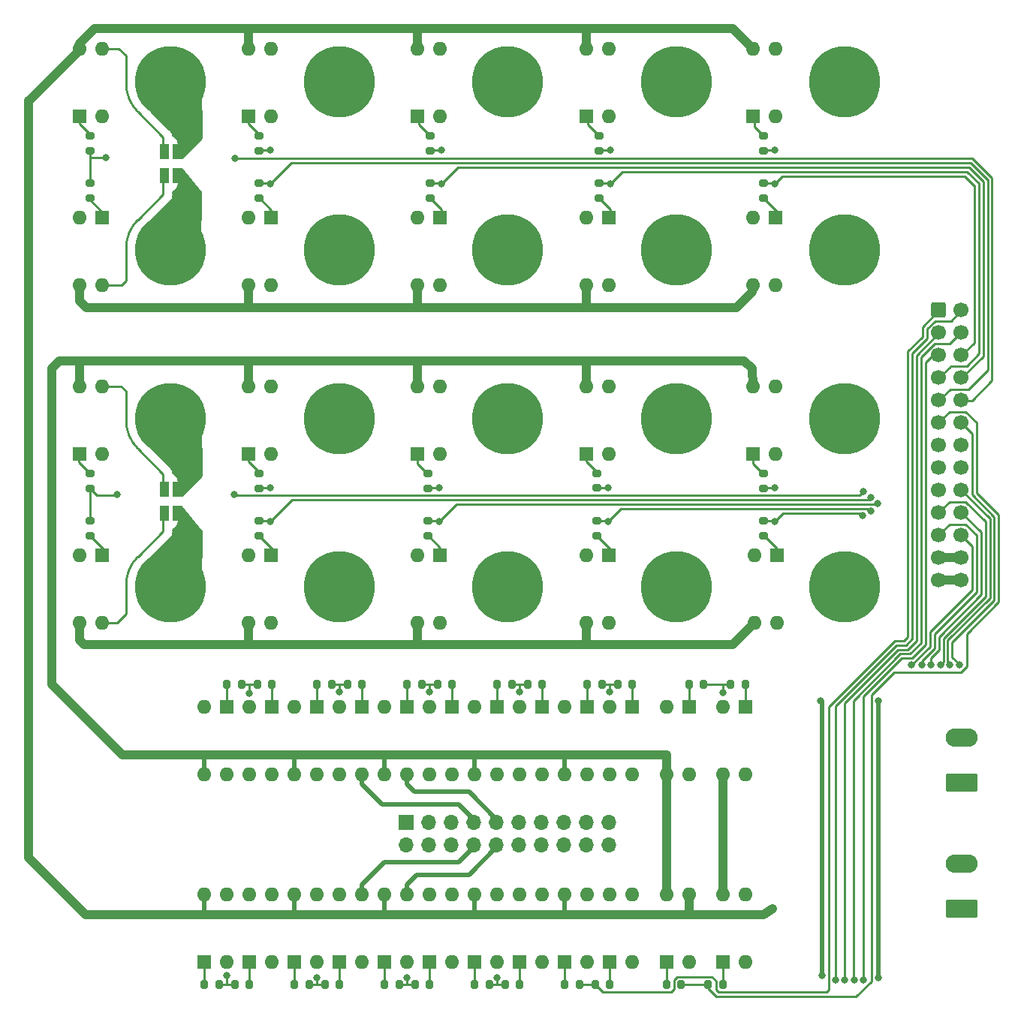
<source format=gbr>
%TF.GenerationSoftware,KiCad,Pcbnew,7.0.2-0*%
%TF.CreationDate,2023-06-06T22:37:24+02:00*%
%TF.ProjectId,scan2000_breakout,7363616e-3230-4303-905f-627265616b6f,rev?*%
%TF.SameCoordinates,Original*%
%TF.FileFunction,Copper,L1,Top*%
%TF.FilePolarity,Positive*%
%FSLAX46Y46*%
G04 Gerber Fmt 4.6, Leading zero omitted, Abs format (unit mm)*
G04 Created by KiCad (PCBNEW 7.0.2-0) date 2023-06-06 22:37:24*
%MOMM*%
%LPD*%
G01*
G04 APERTURE LIST*
G04 Aperture macros list*
%AMRoundRect*
0 Rectangle with rounded corners*
0 $1 Rounding radius*
0 $2 $3 $4 $5 $6 $7 $8 $9 X,Y pos of 4 corners*
0 Add a 4 corners polygon primitive as box body*
4,1,4,$2,$3,$4,$5,$6,$7,$8,$9,$2,$3,0*
0 Add four circle primitives for the rounded corners*
1,1,$1+$1,$2,$3*
1,1,$1+$1,$4,$5*
1,1,$1+$1,$6,$7*
1,1,$1+$1,$8,$9*
0 Add four rect primitives between the rounded corners*
20,1,$1+$1,$2,$3,$4,$5,0*
20,1,$1+$1,$4,$5,$6,$7,0*
20,1,$1+$1,$6,$7,$8,$9,0*
20,1,$1+$1,$8,$9,$2,$3,0*%
G04 Aperture macros list end*
%TA.AperFunction,ComponentPad*%
%ADD10C,1.524000*%
%TD*%
%TA.AperFunction,ComponentPad*%
%ADD11C,8.000000*%
%TD*%
%TA.AperFunction,ComponentPad*%
%ADD12R,1.600000X1.600000*%
%TD*%
%TA.AperFunction,ComponentPad*%
%ADD13O,1.600000X1.600000*%
%TD*%
%TA.AperFunction,ComponentPad*%
%ADD14RoundRect,0.249999X1.550001X-0.790001X1.550001X0.790001X-1.550001X0.790001X-1.550001X-0.790001X0*%
%TD*%
%TA.AperFunction,ComponentPad*%
%ADD15O,3.600000X2.080000*%
%TD*%
%TA.AperFunction,SMDPad,CuDef*%
%ADD16RoundRect,0.200000X0.275000X-0.200000X0.275000X0.200000X-0.275000X0.200000X-0.275000X-0.200000X0*%
%TD*%
%TA.AperFunction,SMDPad,CuDef*%
%ADD17RoundRect,0.200000X-0.200000X-0.275000X0.200000X-0.275000X0.200000X0.275000X-0.200000X0.275000X0*%
%TD*%
%TA.AperFunction,SMDPad,CuDef*%
%ADD18RoundRect,0.200000X0.200000X0.275000X-0.200000X0.275000X-0.200000X-0.275000X0.200000X-0.275000X0*%
%TD*%
%TA.AperFunction,SMDPad,CuDef*%
%ADD19RoundRect,0.200000X-0.275000X0.200000X-0.275000X-0.200000X0.275000X-0.200000X0.275000X0.200000X0*%
%TD*%
%TA.AperFunction,SMDPad,CuDef*%
%ADD20R,1.100000X1.750000*%
%TD*%
%TA.AperFunction,ComponentPad*%
%ADD21RoundRect,0.250000X-0.600000X-0.600000X0.600000X-0.600000X0.600000X0.600000X-0.600000X0.600000X0*%
%TD*%
%TA.AperFunction,ComponentPad*%
%ADD22C,1.700000*%
%TD*%
%TA.AperFunction,ComponentPad*%
%ADD23R,1.700000X1.700000*%
%TD*%
%TA.AperFunction,ComponentPad*%
%ADD24O,1.700000X1.700000*%
%TD*%
%TA.AperFunction,ViaPad*%
%ADD25C,0.800000*%
%TD*%
%TA.AperFunction,Conductor*%
%ADD26C,0.500000*%
%TD*%
%TA.AperFunction,Conductor*%
%ADD27C,0.250000*%
%TD*%
%TA.AperFunction,Conductor*%
%ADD28C,1.000000*%
%TD*%
G04 APERTURE END LIST*
D10*
%TO.P,J10,1,Pin_1*%
%TO.N,/CH5_LOW*%
X129800000Y-57000000D03*
X133000000Y-53800000D03*
D11*
X133000000Y-57000000D03*
D10*
X133000000Y-60200000D03*
X136200000Y-57000000D03*
%TD*%
D12*
%TO.P,U3,1*%
%TO.N,Net-(R4-Pad1)*%
X46725000Y-41900000D03*
D13*
%TO.P,U3,2*%
%TO.N,GND*%
X49265000Y-41900000D03*
%TO.P,U3,3*%
%TO.N,Net-(R1-Pad2)*%
X49265000Y-34280000D03*
%TO.P,U3,4*%
%TO.N,/Out_HIGH*%
X46725000Y-34280000D03*
%TD*%
D10*
%TO.P,J9,1,Pin_1*%
%TO.N,/CH5_HIGH*%
X129800000Y-38000000D03*
X133000000Y-34800000D03*
D11*
X133000000Y-38000000D03*
D10*
X133000000Y-41200000D03*
X136200000Y-38000000D03*
%TD*%
D14*
%TO.P,J23,1,Pin_1*%
%TO.N,/Out_HIGH*%
X146212500Y-131310000D03*
D15*
%TO.P,J23,2,Pin_2*%
%TO.N,/Out_LOW*%
X146212500Y-126230000D03*
%TD*%
D16*
%TO.P,R29,1*%
%TO.N,Net-(R29-Pad1)*%
X47882000Y-89223000D03*
%TO.P,R29,2*%
%TO.N,/CH11*%
X47882000Y-87573000D03*
%TD*%
D12*
%TO.P,U1,1*%
%TO.N,Net-(R2-Pad1)*%
X112901000Y-137340000D03*
D13*
%TO.P,U1,2*%
%TO.N,GND*%
X115441000Y-137340000D03*
%TO.P,U1,3*%
%TO.N,/Out_HIGH*%
X115441000Y-129720000D03*
%TO.P,U1,4*%
%TO.N,/Bus_HIGH*%
X112901000Y-129720000D03*
%TD*%
D12*
%TO.P,U8,1*%
%TO.N,Net-(R9-Pad1)*%
X87381000Y-53350000D03*
D13*
%TO.P,U8,2*%
%TO.N,GND*%
X84841000Y-53350000D03*
%TO.P,U8,3*%
%TO.N,/Out_LOW*%
X84841000Y-60970000D03*
%TO.P,U8,4*%
%TO.N,/CH3_LOW*%
X87381000Y-60970000D03*
%TD*%
D10*
%TO.P,J12,1,Pin_1*%
%TO.N,/CH11_LOW*%
X53800000Y-95000000D03*
X57000000Y-91800000D03*
D11*
X57000000Y-95000000D03*
D10*
X57000000Y-98200000D03*
X60200000Y-95000000D03*
%TD*%
D17*
%TO.P,R47,1*%
%TO.N,Net-(R47-Pad1)*%
X103965200Y-105974800D03*
%TO.P,R47,2*%
%TO.N,/CH20*%
X105615200Y-105974800D03*
%TD*%
D14*
%TO.P,J24,1,Pin_1*%
%TO.N,/Sense_HIGH*%
X146212500Y-117100000D03*
D15*
%TO.P,J24,2,Pin_2*%
%TO.N,/Sense_LOW*%
X146212500Y-112020000D03*
%TD*%
D10*
%TO.P,J13,1,Pin_1*%
%TO.N,/CH12_HIGH*%
X72800000Y-76000000D03*
X76000000Y-72800000D03*
D11*
X76000000Y-76000000D03*
D10*
X76000000Y-79200000D03*
X79200000Y-76000000D03*
%TD*%
D18*
%TO.P,R18,1*%
%TO.N,Net-(R18-Pad1)*%
X76025200Y-139880000D03*
%TO.P,R18,2*%
%TO.N,/CH7*%
X74375200Y-139880000D03*
%TD*%
D12*
%TO.P,U22,1*%
%TO.N,Net-(R24-Pad1)*%
X106505200Y-137340000D03*
D13*
%TO.P,U22,2*%
%TO.N,GND*%
X109045200Y-137340000D03*
%TO.P,U22,3*%
%TO.N,/CH10_LOW*%
X109045200Y-129720000D03*
%TO.P,U22,4*%
%TO.N,/Out_LOW*%
X106505200Y-129720000D03*
%TD*%
D10*
%TO.P,J7,1,Pin_1*%
%TO.N,/CH4_HIGH*%
X110800000Y-38000000D03*
X114000000Y-34800000D03*
D11*
X114000000Y-38000000D03*
D10*
X114000000Y-41200000D03*
X117200000Y-38000000D03*
%TD*%
D17*
%TO.P,R21,1*%
%TO.N,Net-(R21-Pad1)*%
X91265200Y-139880000D03*
%TO.P,R21,2*%
%TO.N,/CH9*%
X92915200Y-139880000D03*
%TD*%
D18*
%TO.P,R42,1*%
%TO.N,Net-(R42-Pad1)*%
X78565200Y-105974800D03*
%TO.P,R42,2*%
%TO.N,/CH17*%
X76915200Y-105974800D03*
%TD*%
D17*
%TO.P,R2,1*%
%TO.N,Net-(R2-Pad1)*%
X112906000Y-139880000D03*
%TO.P,R2,2*%
%TO.N,/Bus2_input_enable*%
X114556000Y-139880000D03*
%TD*%
D19*
%TO.P,R12,1*%
%TO.N,Net-(R12-Pad1)*%
X123828000Y-44139000D03*
%TO.P,R12,2*%
%TO.N,/CH5*%
X123828000Y-45789000D03*
%TD*%
D12*
%TO.P,U35,1*%
%TO.N,Net-(R39-Pad1)*%
X63325200Y-108514800D03*
D13*
%TO.P,U35,2*%
%TO.N,GND*%
X60785200Y-108514800D03*
%TO.P,U35,3*%
%TO.N,/Bus_HIGH*%
X60785200Y-116134800D03*
%TO.P,U35,4*%
%TO.N,/CH16_HIGH*%
X63325200Y-116134800D03*
%TD*%
D12*
%TO.P,U29,1*%
%TO.N,Net-(R32-Pad1)*%
X84831000Y-80000000D03*
D13*
%TO.P,U29,2*%
%TO.N,GND*%
X87371000Y-80000000D03*
%TO.P,U29,3*%
%TO.N,/CH13_HIGH*%
X87371000Y-72380000D03*
%TO.P,U29,4*%
%TO.N,/Bus_HIGH*%
X84831000Y-72380000D03*
%TD*%
D12*
%TO.P,U9,1*%
%TO.N,Net-(R10-Pad1)*%
X103881000Y-41900000D03*
D13*
%TO.P,U9,2*%
%TO.N,GND*%
X106421000Y-41900000D03*
%TO.P,U9,3*%
%TO.N,/CH4_HIGH*%
X106421000Y-34280000D03*
%TO.P,U9,4*%
%TO.N,/Out_HIGH*%
X103881000Y-34280000D03*
%TD*%
D12*
%TO.P,U42,1*%
%TO.N,Net-(R46-Pad1)*%
X98885200Y-108514800D03*
D13*
%TO.P,U42,2*%
%TO.N,GND*%
X96345200Y-108514800D03*
%TO.P,U42,3*%
%TO.N,/Bus_LOW*%
X96345200Y-116134800D03*
%TO.P,U42,4*%
%TO.N,/CH19_LOW*%
X98885200Y-116134800D03*
%TD*%
D19*
%TO.P,R36,1*%
%TO.N,Net-(R36-Pad1)*%
X123828000Y-82239000D03*
%TO.P,R36,2*%
%TO.N,/CH15*%
X123828000Y-83889000D03*
%TD*%
D12*
%TO.P,U31,1*%
%TO.N,Net-(R34-Pad1)*%
X103881000Y-80000000D03*
D13*
%TO.P,U31,2*%
%TO.N,GND*%
X106421000Y-80000000D03*
%TO.P,U31,3*%
%TO.N,/CH14_HIGH*%
X106421000Y-72380000D03*
%TO.P,U31,4*%
%TO.N,/Bus_HIGH*%
X103881000Y-72380000D03*
%TD*%
D19*
%TO.P,R34,1*%
%TO.N,Net-(R34-Pad1)*%
X105032000Y-82176000D03*
%TO.P,R34,2*%
%TO.N,/CH14*%
X105032000Y-83826000D03*
%TD*%
D12*
%TO.P,U17,1*%
%TO.N,Net-(R19-Pad1)*%
X81105200Y-137340000D03*
D13*
%TO.P,U17,2*%
%TO.N,GND*%
X83645200Y-137340000D03*
%TO.P,U17,3*%
%TO.N,/CH8_HIGH*%
X83645200Y-129720000D03*
%TO.P,U17,4*%
%TO.N,/Out_HIGH*%
X81105200Y-129720000D03*
%TD*%
D12*
%TO.P,U44,1*%
%TO.N,Net-(R48-Pad1)*%
X109045200Y-108514800D03*
D13*
%TO.P,U44,2*%
%TO.N,GND*%
X106505200Y-108514800D03*
%TO.P,U44,3*%
%TO.N,/Bus_LOW*%
X106505200Y-116134800D03*
%TO.P,U44,4*%
%TO.N,/CH20_LOW*%
X109045200Y-116134800D03*
%TD*%
D19*
%TO.P,R30,1*%
%TO.N,Net-(R30-Pad1)*%
X66932000Y-82239000D03*
%TO.P,R30,2*%
%TO.N,/CH12*%
X66932000Y-83889000D03*
%TD*%
D12*
%TO.P,U38,1*%
%TO.N,Net-(R42-Pad1)*%
X78565200Y-108514800D03*
D13*
%TO.P,U38,2*%
%TO.N,GND*%
X76025200Y-108514800D03*
%TO.P,U38,3*%
%TO.N,/Bus_LOW*%
X76025200Y-116134800D03*
%TO.P,U38,4*%
%TO.N,/CH17_LOW*%
X78565200Y-116134800D03*
%TD*%
D19*
%TO.P,R28,1*%
%TO.N,Net-(R28-Pad1)*%
X47882000Y-82239000D03*
%TO.P,R28,2*%
%TO.N,/CH11*%
X47882000Y-83889000D03*
%TD*%
%TO.P,R8,1*%
%TO.N,Net-(R8-Pad1)*%
X86236000Y-44139000D03*
%TO.P,R8,2*%
%TO.N,/CH3*%
X86236000Y-45789000D03*
%TD*%
D10*
%TO.P,J1,1,Pin_1*%
%TO.N,/CH1_HIGH*%
X53800000Y-38000000D03*
X57000000Y-34800000D03*
D11*
X57000000Y-38000000D03*
D10*
X57000000Y-41200000D03*
X60200000Y-38000000D03*
%TD*%
%TO.P,J6,1,Pin_1*%
%TO.N,/CH3_LOW*%
X91800000Y-57000000D03*
X95000000Y-53800000D03*
D11*
X95000000Y-57000000D03*
D10*
X95000000Y-60200000D03*
X98200000Y-57000000D03*
%TD*%
D12*
%TO.P,U41,1*%
%TO.N,Net-(R45-Pad1)*%
X93805200Y-108514800D03*
D13*
%TO.P,U41,2*%
%TO.N,GND*%
X91265200Y-108514800D03*
%TO.P,U41,3*%
%TO.N,/Bus_HIGH*%
X91265200Y-116134800D03*
%TO.P,U41,4*%
%TO.N,/CH19_HIGH*%
X93805200Y-116134800D03*
%TD*%
D12*
%TO.P,U43,1*%
%TO.N,Net-(R47-Pad1)*%
X103965200Y-108514800D03*
D13*
%TO.P,U43,2*%
%TO.N,GND*%
X101425200Y-108514800D03*
%TO.P,U43,3*%
%TO.N,/Bus_HIGH*%
X101425200Y-116134800D03*
%TO.P,U43,4*%
%TO.N,/CH20_HIGH*%
X103965200Y-116134800D03*
%TD*%
D12*
%TO.P,U40,1*%
%TO.N,Net-(R44-Pad1)*%
X88725200Y-108514800D03*
D13*
%TO.P,U40,2*%
%TO.N,GND*%
X86185200Y-108514800D03*
%TO.P,U40,3*%
%TO.N,/Bus_LOW*%
X86185200Y-116134800D03*
%TO.P,U40,4*%
%TO.N,/CH18_LOW*%
X88725200Y-116134800D03*
%TD*%
D18*
%TO.P,R40,1*%
%TO.N,Net-(R40-Pad1)*%
X68405200Y-105974800D03*
%TO.P,R40,2*%
%TO.N,/CH16*%
X66755200Y-105974800D03*
%TD*%
D10*
%TO.P,J11,1,Pin_1*%
%TO.N,/CH11_HIGH*%
X53800000Y-76000000D03*
X57000000Y-72800000D03*
D11*
X57000000Y-76000000D03*
D10*
X57000000Y-79200000D03*
X60200000Y-76000000D03*
%TD*%
D12*
%TO.P,U6,1*%
%TO.N,Net-(R7-Pad1)*%
X68331000Y-53350000D03*
D13*
%TO.P,U6,2*%
%TO.N,GND*%
X65791000Y-53350000D03*
%TO.P,U6,3*%
%TO.N,/Out_LOW*%
X65791000Y-60970000D03*
%TO.P,U6,4*%
%TO.N,/CH2_LOW*%
X68331000Y-60970000D03*
%TD*%
D10*
%TO.P,J18,1,Pin_1*%
%TO.N,/CH14_LOW*%
X110800000Y-95000000D03*
X114000000Y-91800000D03*
D11*
X114000000Y-95000000D03*
D10*
X114000000Y-98200000D03*
X117200000Y-95000000D03*
%TD*%
D12*
%TO.P,U11,1*%
%TO.N,Net-(R12-Pad1)*%
X122677000Y-41900000D03*
D13*
%TO.P,U11,2*%
%TO.N,GND*%
X125217000Y-41900000D03*
%TO.P,U11,3*%
%TO.N,/CH5_HIGH*%
X125217000Y-34280000D03*
%TO.P,U11,4*%
%TO.N,/Out_HIGH*%
X122677000Y-34280000D03*
%TD*%
D18*
%TO.P,R3,1*%
%TO.N,Net-(R3-Pad1)*%
X119256000Y-139880000D03*
%TO.P,R3,2*%
%TO.N,/Bus2_input_enable*%
X117606000Y-139880000D03*
%TD*%
D12*
%TO.P,U7,1*%
%TO.N,Net-(R8-Pad1)*%
X84831000Y-41900000D03*
D13*
%TO.P,U7,2*%
%TO.N,GND*%
X87371000Y-41900000D03*
%TO.P,U7,3*%
%TO.N,/CH3_HIGH*%
X87371000Y-34280000D03*
%TO.P,U7,4*%
%TO.N,/Out_HIGH*%
X84831000Y-34280000D03*
%TD*%
D16*
%TO.P,R35,1*%
%TO.N,Net-(R35-Pad1)*%
X105032000Y-89223000D03*
%TO.P,R35,2*%
%TO.N,/CH14*%
X105032000Y-87573000D03*
%TD*%
D12*
%TO.P,U27,1*%
%TO.N,Net-(R30-Pad1)*%
X65781000Y-80000000D03*
D13*
%TO.P,U27,2*%
%TO.N,GND*%
X68321000Y-80000000D03*
%TO.P,U27,3*%
%TO.N,/CH12_HIGH*%
X68321000Y-72380000D03*
%TO.P,U27,4*%
%TO.N,/Bus_HIGH*%
X65781000Y-72380000D03*
%TD*%
D12*
%TO.P,U18,1*%
%TO.N,Net-(R20-Pad1)*%
X86185200Y-137340000D03*
D13*
%TO.P,U18,2*%
%TO.N,GND*%
X88725200Y-137340000D03*
%TO.P,U18,3*%
%TO.N,/CH8_LOW*%
X88725200Y-129720000D03*
%TO.P,U18,4*%
%TO.N,/Out_LOW*%
X86185200Y-129720000D03*
%TD*%
D18*
%TO.P,R44,1*%
%TO.N,Net-(R44-Pad1)*%
X88725200Y-105974800D03*
%TO.P,R44,2*%
%TO.N,/CH18*%
X87075200Y-105974800D03*
%TD*%
D10*
%TO.P,J15,1,Pin_1*%
%TO.N,/CH13_HIGH*%
X91800000Y-76000000D03*
X95000000Y-72800000D03*
D11*
X95000000Y-76000000D03*
D10*
X95000000Y-79200000D03*
X98200000Y-76000000D03*
%TD*%
D20*
%TO.P,R1,1,1*%
%TO.N,/CH1_HIGH*%
X57726000Y-45875000D03*
%TO.P,R1,2,2*%
%TO.N,Net-(R1-Pad2)*%
X56326000Y-45875000D03*
%TO.P,R1,3,3*%
%TO.N,Net-(R1-Pad3)*%
X56326000Y-48625000D03*
%TO.P,R1,4,4*%
%TO.N,/CH1_LOW*%
X57726000Y-48625000D03*
%TD*%
D12*
%TO.P,U25,1*%
%TO.N,Net-(R28-Pad1)*%
X46725000Y-80000000D03*
D13*
%TO.P,U25,2*%
%TO.N,GND*%
X49265000Y-80000000D03*
%TO.P,U25,3*%
%TO.N,Net-(R14-Pad2)*%
X49265000Y-72380000D03*
%TO.P,U25,4*%
%TO.N,/Bus_HIGH*%
X46725000Y-72380000D03*
%TD*%
D18*
%TO.P,R24,1*%
%TO.N,Net-(R24-Pad1)*%
X106505200Y-139880000D03*
%TO.P,R24,2*%
%TO.N,/CH10*%
X104855200Y-139880000D03*
%TD*%
D12*
%TO.P,U26,1*%
%TO.N,Net-(R29-Pad1)*%
X49275000Y-91450000D03*
D13*
%TO.P,U26,2*%
%TO.N,GND*%
X46735000Y-91450000D03*
%TO.P,U26,3*%
%TO.N,/Bus_LOW*%
X46735000Y-99070000D03*
%TO.P,U26,4*%
%TO.N,Net-(R14-Pad3)*%
X49275000Y-99070000D03*
%TD*%
D12*
%TO.P,U12,1*%
%TO.N,Net-(R13-Pad1)*%
X125227000Y-53350000D03*
D13*
%TO.P,U12,2*%
%TO.N,GND*%
X122687000Y-53350000D03*
%TO.P,U12,3*%
%TO.N,/Out_LOW*%
X122687000Y-60970000D03*
%TO.P,U12,4*%
%TO.N,/CH5_LOW*%
X125227000Y-60970000D03*
%TD*%
D10*
%TO.P,J2,1,Pin_1*%
%TO.N,/CH1_LOW*%
X53800000Y-57000000D03*
X57000000Y-53800000D03*
D11*
X57000000Y-57000000D03*
D10*
X57000000Y-60200000D03*
X60200000Y-57000000D03*
%TD*%
D21*
%TO.P,J21,1,Pin_1*%
%TO.N,/CH10*%
X143622415Y-63760000D03*
D22*
%TO.P,J21,2,Pin_2*%
%TO.N,/CH9*%
X146162415Y-63760000D03*
%TO.P,J21,3,Pin_3*%
%TO.N,/CH8*%
X143622415Y-66300000D03*
%TO.P,J21,4,Pin_4*%
%TO.N,/CH7*%
X146162415Y-66300000D03*
%TO.P,J21,5,Pin_5*%
%TO.N,/CH6*%
X143622415Y-68840000D03*
%TO.P,J21,6,Pin_6*%
%TO.N,/CH5*%
X146162415Y-68840000D03*
%TO.P,J21,7,Pin_7*%
%TO.N,/CH4*%
X143622415Y-71380000D03*
%TO.P,J21,8,Pin_8*%
%TO.N,/CH3*%
X146162415Y-71380000D03*
%TO.P,J21,9,Pin_9*%
%TO.N,/CH2*%
X143622415Y-73920000D03*
%TO.P,J21,10,Pin_10*%
%TO.N,/CH1*%
X146162415Y-73920000D03*
%TO.P,J21,11,Pin_11*%
%TO.N,/Bus2_input_enable*%
X143622415Y-76460000D03*
%TO.P,J21,12,Pin_12*%
%TO.N,/Bus2_sense_enable*%
X146162415Y-76460000D03*
%TO.P,J21,13,Pin_13*%
%TO.N,/CH11*%
X143622415Y-79000000D03*
%TO.P,J21,14,Pin_14*%
%TO.N,/CH12*%
X146162415Y-79000000D03*
%TO.P,J21,15,Pin_15*%
%TO.N,/CH13*%
X143622415Y-81540000D03*
%TO.P,J21,16,Pin_16*%
%TO.N,/CH14*%
X146162415Y-81540000D03*
%TO.P,J21,17,Pin_17*%
%TO.N,/CH15*%
X143622415Y-84080000D03*
%TO.P,J21,18,Pin_18*%
%TO.N,/CH16*%
X146162415Y-84080000D03*
%TO.P,J21,19,Pin_19*%
%TO.N,/CH17*%
X143622415Y-86620000D03*
%TO.P,J21,20,Pin_20*%
%TO.N,/CH18*%
X146162415Y-86620000D03*
%TO.P,J21,21,Pin_21*%
%TO.N,/CH19*%
X143622415Y-89160000D03*
%TO.P,J21,22,Pin_22*%
%TO.N,/CH20*%
X146162415Y-89160000D03*
%TO.P,J21,23,Pin_23*%
%TO.N,+3.3V*%
X143622415Y-91700000D03*
%TO.P,J21,24,Pin_24*%
X146162415Y-91700000D03*
%TO.P,J21,25,Pin_25*%
%TO.N,GND*%
X143622415Y-94240000D03*
%TO.P,J21,26,Pin_26*%
X146162415Y-94240000D03*
%TD*%
D16*
%TO.P,R5,1*%
%TO.N,Net-(R5-Pad1)*%
X47882000Y-51123000D03*
%TO.P,R5,2*%
%TO.N,/CH1*%
X47882000Y-49473000D03*
%TD*%
%TO.P,R11,1*%
%TO.N,Net-(R11-Pad1)*%
X105286000Y-51123000D03*
%TO.P,R11,2*%
%TO.N,/CH4*%
X105286000Y-49473000D03*
%TD*%
D12*
%TO.P,U5,1*%
%TO.N,Net-(R6-Pad1)*%
X65781000Y-41900000D03*
D13*
%TO.P,U5,2*%
%TO.N,GND*%
X68321000Y-41900000D03*
%TO.P,U5,3*%
%TO.N,/CH2_HIGH*%
X68321000Y-34280000D03*
%TO.P,U5,4*%
%TO.N,/Out_HIGH*%
X65781000Y-34280000D03*
%TD*%
D17*
%TO.P,R26,1*%
%TO.N,Net-(R26-Pad1)*%
X115446000Y-105974800D03*
%TO.P,R26,2*%
%TO.N,/Bus2_sense_enable*%
X117096000Y-105974800D03*
%TD*%
D16*
%TO.P,R13,1*%
%TO.N,Net-(R13-Pad1)*%
X123828000Y-51123000D03*
%TO.P,R13,2*%
%TO.N,/CH5*%
X123828000Y-49473000D03*
%TD*%
D12*
%TO.P,U33,1*%
%TO.N,Net-(R36-Pad1)*%
X122677000Y-80000000D03*
D13*
%TO.P,U33,2*%
%TO.N,GND*%
X125217000Y-80000000D03*
%TO.P,U33,3*%
%TO.N,/CH15_HIGH*%
X125217000Y-72380000D03*
%TO.P,U33,4*%
%TO.N,/Bus_HIGH*%
X122677000Y-72380000D03*
%TD*%
D18*
%TO.P,R27,1*%
%TO.N,Net-(R27-Pad1)*%
X121796000Y-105974800D03*
%TO.P,R27,2*%
%TO.N,/Bus2_sense_enable*%
X120146000Y-105974800D03*
%TD*%
D12*
%TO.P,U28,1*%
%TO.N,Net-(R31-Pad1)*%
X68331000Y-91450000D03*
D13*
%TO.P,U28,2*%
%TO.N,GND*%
X65791000Y-91450000D03*
%TO.P,U28,3*%
%TO.N,/Bus_LOW*%
X65791000Y-99070000D03*
%TO.P,U28,4*%
%TO.N,/CH12_LOW*%
X68331000Y-99070000D03*
%TD*%
D12*
%TO.P,U21,1*%
%TO.N,Net-(R23-Pad1)*%
X101425200Y-137340000D03*
D13*
%TO.P,U21,2*%
%TO.N,GND*%
X103965200Y-137340000D03*
%TO.P,U21,3*%
%TO.N,/CH10_HIGH*%
X103965200Y-129720000D03*
%TO.P,U21,4*%
%TO.N,/Out_HIGH*%
X101425200Y-129720000D03*
%TD*%
D18*
%TO.P,R20,1*%
%TO.N,Net-(R20-Pad1)*%
X86185200Y-139880000D03*
%TO.P,R20,2*%
%TO.N,/CH8*%
X84535200Y-139880000D03*
%TD*%
D12*
%TO.P,U10,1*%
%TO.N,Net-(R11-Pad1)*%
X106431000Y-53350000D03*
D13*
%TO.P,U10,2*%
%TO.N,GND*%
X103891000Y-53350000D03*
%TO.P,U10,3*%
%TO.N,/Out_LOW*%
X103891000Y-60970000D03*
%TO.P,U10,4*%
%TO.N,/CH4_LOW*%
X106431000Y-60970000D03*
%TD*%
D12*
%TO.P,U13,1*%
%TO.N,Net-(R15-Pad1)*%
X60785200Y-137340000D03*
D13*
%TO.P,U13,2*%
%TO.N,GND*%
X63325200Y-137340000D03*
%TO.P,U13,3*%
%TO.N,/CH6_HIGH*%
X63325200Y-129720000D03*
%TO.P,U13,4*%
%TO.N,/Out_HIGH*%
X60785200Y-129720000D03*
%TD*%
D20*
%TO.P,R14,1,1*%
%TO.N,/CH11_HIGH*%
X57726000Y-83975000D03*
%TO.P,R14,2,2*%
%TO.N,Net-(R14-Pad2)*%
X56326000Y-83975000D03*
%TO.P,R14,3,3*%
%TO.N,Net-(R14-Pad3)*%
X56326000Y-86725000D03*
%TO.P,R14,4,4*%
%TO.N,/CH11_LOW*%
X57726000Y-86725000D03*
%TD*%
D16*
%TO.P,R9,1*%
%TO.N,Net-(R9-Pad1)*%
X86236000Y-51123000D03*
%TO.P,R9,2*%
%TO.N,/CH3*%
X86236000Y-49473000D03*
%TD*%
D18*
%TO.P,R22,1*%
%TO.N,Net-(R22-Pad1)*%
X96345200Y-139880000D03*
%TO.P,R22,2*%
%TO.N,/CH9*%
X94695200Y-139880000D03*
%TD*%
D17*
%TO.P,R45,1*%
%TO.N,Net-(R45-Pad1)*%
X93805200Y-105974800D03*
%TO.P,R45,2*%
%TO.N,/CH19*%
X95455200Y-105974800D03*
%TD*%
%TO.P,R43,1*%
%TO.N,Net-(R43-Pad1)*%
X83645200Y-105974800D03*
%TO.P,R43,2*%
%TO.N,/CH18*%
X85295200Y-105974800D03*
%TD*%
D12*
%TO.P,U39,1*%
%TO.N,Net-(R43-Pad1)*%
X83645200Y-108514800D03*
D13*
%TO.P,U39,2*%
%TO.N,GND*%
X81105200Y-108514800D03*
%TO.P,U39,3*%
%TO.N,/Bus_HIGH*%
X81105200Y-116134800D03*
%TO.P,U39,4*%
%TO.N,/CH18_HIGH*%
X83645200Y-116134800D03*
%TD*%
D12*
%TO.P,U16,1*%
%TO.N,Net-(R18-Pad1)*%
X76025200Y-137340000D03*
D13*
%TO.P,U16,2*%
%TO.N,GND*%
X78565200Y-137340000D03*
%TO.P,U16,3*%
%TO.N,/CH7_LOW*%
X78565200Y-129720000D03*
%TO.P,U16,4*%
%TO.N,/Out_LOW*%
X76025200Y-129720000D03*
%TD*%
D17*
%TO.P,R19,1*%
%TO.N,Net-(R19-Pad1)*%
X81105200Y-139880000D03*
%TO.P,R19,2*%
%TO.N,/CH8*%
X82755200Y-139880000D03*
%TD*%
D12*
%TO.P,U34,1*%
%TO.N,Net-(R37-Pad1)*%
X125354000Y-91450000D03*
D13*
%TO.P,U34,2*%
%TO.N,GND*%
X122814000Y-91450000D03*
%TO.P,U34,3*%
%TO.N,/Bus_LOW*%
X122814000Y-99070000D03*
%TO.P,U34,4*%
%TO.N,/CH15_LOW*%
X125354000Y-99070000D03*
%TD*%
D12*
%TO.P,U4,1*%
%TO.N,Net-(R5-Pad1)*%
X49275000Y-53350000D03*
D13*
%TO.P,U4,2*%
%TO.N,GND*%
X46735000Y-53350000D03*
%TO.P,U4,3*%
%TO.N,/Out_LOW*%
X46735000Y-60970000D03*
%TO.P,U4,4*%
%TO.N,Net-(R1-Pad3)*%
X49275000Y-60970000D03*
%TD*%
D17*
%TO.P,R39,1*%
%TO.N,Net-(R39-Pad1)*%
X63325200Y-105974800D03*
%TO.P,R39,2*%
%TO.N,/CH16*%
X64975200Y-105974800D03*
%TD*%
D10*
%TO.P,J3,1,Pin_1*%
%TO.N,/CH2_HIGH*%
X72800000Y-38000000D03*
X76000000Y-34800000D03*
D11*
X76000000Y-38000000D03*
D10*
X76000000Y-41200000D03*
X79200000Y-38000000D03*
%TD*%
D19*
%TO.P,R32,1*%
%TO.N,Net-(R32-Pad1)*%
X85982000Y-82239000D03*
%TO.P,R32,2*%
%TO.N,/CH13*%
X85982000Y-83889000D03*
%TD*%
D12*
%TO.P,U36,1*%
%TO.N,Net-(R40-Pad1)*%
X68405200Y-108514800D03*
D13*
%TO.P,U36,2*%
%TO.N,GND*%
X65865200Y-108514800D03*
%TO.P,U36,3*%
%TO.N,/Bus_LOW*%
X65865200Y-116134800D03*
%TO.P,U36,4*%
%TO.N,/CH16_LOW*%
X68405200Y-116134800D03*
%TD*%
D16*
%TO.P,R7,1*%
%TO.N,Net-(R7-Pad1)*%
X66932000Y-51123000D03*
%TO.P,R7,2*%
%TO.N,/CH2*%
X66932000Y-49473000D03*
%TD*%
%TO.P,R37,1*%
%TO.N,Net-(R37-Pad1)*%
X123828000Y-89223000D03*
%TO.P,R37,2*%
%TO.N,/CH15*%
X123828000Y-87573000D03*
%TD*%
D12*
%TO.P,U24,1*%
%TO.N,Net-(R27-Pad1)*%
X121796000Y-108514800D03*
D13*
%TO.P,U24,2*%
%TO.N,GND*%
X119256000Y-108514800D03*
%TO.P,U24,3*%
%TO.N,/Bus_LOW*%
X119256000Y-116134800D03*
%TO.P,U24,4*%
%TO.N,/Sense_LOW*%
X121796000Y-116134800D03*
%TD*%
D19*
%TO.P,R6,1*%
%TO.N,Net-(R6-Pad1)*%
X66932000Y-44139000D03*
%TO.P,R6,2*%
%TO.N,/CH2*%
X66932000Y-45789000D03*
%TD*%
D10*
%TO.P,J5,1,Pin_1*%
%TO.N,/CH3_HIGH*%
X91800000Y-38000000D03*
X95000000Y-34800000D03*
D11*
X95000000Y-38000000D03*
D10*
X95000000Y-41200000D03*
X98200000Y-38000000D03*
%TD*%
D12*
%TO.P,U32,1*%
%TO.N,Net-(R35-Pad1)*%
X106431000Y-91450000D03*
D13*
%TO.P,U32,2*%
%TO.N,GND*%
X103891000Y-91450000D03*
%TO.P,U32,3*%
%TO.N,/Bus_LOW*%
X103891000Y-99070000D03*
%TO.P,U32,4*%
%TO.N,/CH14_LOW*%
X106431000Y-99070000D03*
%TD*%
D10*
%TO.P,J17,1,Pin_1*%
%TO.N,/CH14_HIGH*%
X110800000Y-76000000D03*
X114000000Y-72800000D03*
D11*
X114000000Y-76000000D03*
D10*
X114000000Y-79200000D03*
X117200000Y-76000000D03*
%TD*%
%TO.P,J20,1,Pin_1*%
%TO.N,/CH15_LOW*%
X129800000Y-95000000D03*
X133000000Y-91800000D03*
D11*
X133000000Y-95000000D03*
D10*
X133000000Y-98200000D03*
X136200000Y-95000000D03*
%TD*%
D12*
%TO.P,U19,1*%
%TO.N,Net-(R21-Pad1)*%
X91265200Y-137340000D03*
D13*
%TO.P,U19,2*%
%TO.N,GND*%
X93805200Y-137340000D03*
%TO.P,U19,3*%
%TO.N,/CH9_HIGH*%
X93805200Y-129720000D03*
%TO.P,U19,4*%
%TO.N,/Out_HIGH*%
X91265200Y-129720000D03*
%TD*%
D17*
%TO.P,R17,1*%
%TO.N,Net-(R17-Pad1)*%
X70945200Y-139880000D03*
%TO.P,R17,2*%
%TO.N,/CH7*%
X72595200Y-139880000D03*
%TD*%
D10*
%TO.P,J19,1,Pin_1*%
%TO.N,/CH15_HIGH*%
X129800000Y-76000000D03*
X133000000Y-72800000D03*
D11*
X133000000Y-76000000D03*
D10*
X133000000Y-79200000D03*
X136200000Y-76000000D03*
%TD*%
D16*
%TO.P,R33,1*%
%TO.N,Net-(R33-Pad1)*%
X85982000Y-89223000D03*
%TO.P,R33,2*%
%TO.N,/CH13*%
X85982000Y-87573000D03*
%TD*%
D10*
%TO.P,J8,1,Pin_1*%
%TO.N,/CH4_LOW*%
X110800000Y-57000000D03*
X114000000Y-53800000D03*
D11*
X114000000Y-57000000D03*
D10*
X114000000Y-60200000D03*
X117200000Y-57000000D03*
%TD*%
D17*
%TO.P,R15,1*%
%TO.N,Net-(R15-Pad1)*%
X60785200Y-139880000D03*
%TO.P,R15,2*%
%TO.N,/CH6*%
X62435200Y-139880000D03*
%TD*%
D18*
%TO.P,R48,1*%
%TO.N,Net-(R48-Pad1)*%
X109045200Y-105974800D03*
%TO.P,R48,2*%
%TO.N,/CH20*%
X107395200Y-105974800D03*
%TD*%
D16*
%TO.P,R31,1*%
%TO.N,Net-(R31-Pad1)*%
X66932000Y-89223000D03*
%TO.P,R31,2*%
%TO.N,/CH12*%
X66932000Y-87573000D03*
%TD*%
D19*
%TO.P,R10,1*%
%TO.N,Net-(R10-Pad1)*%
X105286000Y-44139000D03*
%TO.P,R10,2*%
%TO.N,/CH4*%
X105286000Y-45789000D03*
%TD*%
D10*
%TO.P,J14,1,Pin_1*%
%TO.N,/CH12_LOW*%
X72800000Y-95000000D03*
X76000000Y-91800000D03*
D11*
X76000000Y-95000000D03*
D10*
X76000000Y-98200000D03*
X79200000Y-95000000D03*
%TD*%
D18*
%TO.P,R46,1*%
%TO.N,Net-(R46-Pad1)*%
X98885200Y-105974800D03*
%TO.P,R46,2*%
%TO.N,/CH19*%
X97235200Y-105974800D03*
%TD*%
D12*
%TO.P,U14,1*%
%TO.N,Net-(R16-Pad1)*%
X65865200Y-137340000D03*
D13*
%TO.P,U14,2*%
%TO.N,GND*%
X68405200Y-137340000D03*
%TO.P,U14,3*%
%TO.N,/CH6_LOW*%
X68405200Y-129720000D03*
%TO.P,U14,4*%
%TO.N,/Out_LOW*%
X65865200Y-129720000D03*
%TD*%
D12*
%TO.P,U2,1*%
%TO.N,Net-(R3-Pad1)*%
X119251000Y-137340000D03*
D13*
%TO.P,U2,2*%
%TO.N,GND*%
X121791000Y-137340000D03*
%TO.P,U2,3*%
%TO.N,/Out_LOW*%
X121791000Y-129720000D03*
%TO.P,U2,4*%
%TO.N,/Bus_LOW*%
X119251000Y-129720000D03*
%TD*%
D12*
%TO.P,U15,1*%
%TO.N,Net-(R17-Pad1)*%
X70945200Y-137340000D03*
D13*
%TO.P,U15,2*%
%TO.N,GND*%
X73485200Y-137340000D03*
%TO.P,U15,3*%
%TO.N,/CH7_HIGH*%
X73485200Y-129720000D03*
%TO.P,U15,4*%
%TO.N,/Out_HIGH*%
X70945200Y-129720000D03*
%TD*%
D10*
%TO.P,J4,1,Pin_1*%
%TO.N,/CH2_LOW*%
X72800000Y-57000000D03*
X76000000Y-53800000D03*
D11*
X76000000Y-57000000D03*
D10*
X76000000Y-60200000D03*
X79200000Y-57000000D03*
%TD*%
D23*
%TO.P,J22,1,Pin_1*%
%TO.N,/CH16_HIGH*%
X83573600Y-121550400D03*
D24*
%TO.P,J22,2,Pin_2*%
%TO.N,/CH6_HIGH*%
X83573600Y-124090400D03*
%TO.P,J22,3,Pin_3*%
%TO.N,/CH16_LOW*%
X86113600Y-121550400D03*
%TO.P,J22,4,Pin_4*%
%TO.N,/CH6_LOW*%
X86113600Y-124090400D03*
%TO.P,J22,5,Pin_5*%
%TO.N,/CH17_HIGH*%
X88653600Y-121550400D03*
%TO.P,J22,6,Pin_6*%
%TO.N,/CH7_HIGH*%
X88653600Y-124090400D03*
%TO.P,J22,7,Pin_7*%
%TO.N,/CH17_LOW*%
X91193600Y-121550400D03*
%TO.P,J22,8,Pin_8*%
%TO.N,/CH7_LOW*%
X91193600Y-124090400D03*
%TO.P,J22,9,Pin_9*%
%TO.N,/CH18_HIGH*%
X93733600Y-121550400D03*
%TO.P,J22,10,Pin_10*%
%TO.N,/CH8_HIGH*%
X93733600Y-124090400D03*
%TO.P,J22,11,Pin_11*%
%TO.N,/CH18_LOW*%
X96273600Y-121550400D03*
%TO.P,J22,12,Pin_12*%
%TO.N,/CH8_LOW*%
X96273600Y-124090400D03*
%TO.P,J22,13,Pin_13*%
%TO.N,/CH19_HIGH*%
X98813600Y-121550400D03*
%TO.P,J22,14,Pin_14*%
%TO.N,/CH9_HIGH*%
X98813600Y-124090400D03*
%TO.P,J22,15,Pin_15*%
%TO.N,/CH19_LOW*%
X101353600Y-121550400D03*
%TO.P,J22,16,Pin_16*%
%TO.N,/CH9_LOW*%
X101353600Y-124090400D03*
%TO.P,J22,17,Pin_17*%
%TO.N,/CH20_HIGH*%
X103893600Y-121550400D03*
%TO.P,J22,18,Pin_18*%
%TO.N,/CH10_HIGH*%
X103893600Y-124090400D03*
%TO.P,J22,19,Pin_19*%
%TO.N,/CH20_LOW*%
X106433600Y-121550400D03*
%TO.P,J22,20,Pin_20*%
%TO.N,/CH10_LOW*%
X106433600Y-124090400D03*
%TD*%
D12*
%TO.P,U37,1*%
%TO.N,Net-(R41-Pad1)*%
X73485200Y-108514800D03*
D13*
%TO.P,U37,2*%
%TO.N,GND*%
X70945200Y-108514800D03*
%TO.P,U37,3*%
%TO.N,/Bus_HIGH*%
X70945200Y-116134800D03*
%TO.P,U37,4*%
%TO.N,/CH17_HIGH*%
X73485200Y-116134800D03*
%TD*%
D18*
%TO.P,R16,1*%
%TO.N,Net-(R16-Pad1)*%
X65865200Y-139880000D03*
%TO.P,R16,2*%
%TO.N,/CH6*%
X64215200Y-139880000D03*
%TD*%
D12*
%TO.P,U20,1*%
%TO.N,Net-(R22-Pad1)*%
X96345200Y-137340000D03*
D13*
%TO.P,U20,2*%
%TO.N,GND*%
X98885200Y-137340000D03*
%TO.P,U20,3*%
%TO.N,/CH9_LOW*%
X98885200Y-129720000D03*
%TO.P,U20,4*%
%TO.N,/Out_LOW*%
X96345200Y-129720000D03*
%TD*%
D12*
%TO.P,U23,1*%
%TO.N,Net-(R26-Pad1)*%
X115446000Y-108514800D03*
D13*
%TO.P,U23,2*%
%TO.N,GND*%
X112906000Y-108514800D03*
%TO.P,U23,3*%
%TO.N,/Bus_HIGH*%
X112906000Y-116134800D03*
%TO.P,U23,4*%
%TO.N,/Sense_HIGH*%
X115446000Y-116134800D03*
%TD*%
D17*
%TO.P,R23,1*%
%TO.N,Net-(R23-Pad1)*%
X101455200Y-139880000D03*
%TO.P,R23,2*%
%TO.N,/CH10*%
X103105200Y-139880000D03*
%TD*%
D10*
%TO.P,J16,1,Pin_1*%
%TO.N,/CH13_LOW*%
X91800000Y-95000000D03*
X95000000Y-91800000D03*
D11*
X95000000Y-95000000D03*
D10*
X95000000Y-98200000D03*
X98200000Y-95000000D03*
%TD*%
D19*
%TO.P,R4,1*%
%TO.N,Net-(R4-Pad1)*%
X47882000Y-44139000D03*
%TO.P,R4,2*%
%TO.N,/CH1*%
X47882000Y-45789000D03*
%TD*%
D12*
%TO.P,U30,1*%
%TO.N,Net-(R33-Pad1)*%
X87381000Y-91450000D03*
D13*
%TO.P,U30,2*%
%TO.N,GND*%
X84841000Y-91450000D03*
%TO.P,U30,3*%
%TO.N,/Bus_LOW*%
X84841000Y-99070000D03*
%TO.P,U30,4*%
%TO.N,/CH13_LOW*%
X87381000Y-99070000D03*
%TD*%
D17*
%TO.P,R41,1*%
%TO.N,Net-(R41-Pad1)*%
X73485200Y-105974800D03*
%TO.P,R41,2*%
%TO.N,/CH17*%
X75135200Y-105974800D03*
%TD*%
D25*
%TO.N,/CH9*%
X131968500Y-139326500D03*
X93820200Y-139103000D03*
%TO.N,/CH8*%
X133018001Y-139324931D03*
X83660200Y-139103000D03*
%TO.N,/CH7*%
X134067503Y-139325006D03*
X73500200Y-139103000D03*
%TO.N,/CH6*%
X135117005Y-139324998D03*
X63340200Y-138849000D03*
%TO.N,/CH5*%
X125098000Y-45726000D03*
X125098000Y-49536000D03*
%TO.N,/CH4*%
X106556000Y-45726000D03*
X106556000Y-49536000D03*
%TO.N,/CH3*%
X87506000Y-49536000D03*
X87506000Y-45726000D03*
%TO.N,/CH2*%
X68202000Y-49536000D03*
X68202000Y-45726000D03*
%TO.N,/CH1*%
X49660000Y-46589600D03*
X64239600Y-46640400D03*
%TO.N,/Bus2_sense_enable*%
X145941918Y-103765000D03*
X119256000Y-106969200D03*
%TO.N,/CH11*%
X64138000Y-84588000D03*
X50930000Y-84588000D03*
X135106889Y-84282769D03*
%TO.N,/CH12*%
X68202000Y-87636000D03*
X68202000Y-83826000D03*
X135965612Y-84886135D03*
%TO.N,/CH13*%
X87252000Y-83826000D03*
X87252000Y-87636000D03*
X136731200Y-85604000D03*
%TO.N,/CH14*%
X106302000Y-87636000D03*
X106302000Y-83826000D03*
X135969200Y-86438500D03*
%TO.N,/CH15*%
X135054717Y-86953453D03*
X125098000Y-87636000D03*
X125098000Y-83826000D03*
%TO.N,/CH16*%
X144892415Y-103765000D03*
X65880200Y-106975800D03*
%TO.N,/CH17*%
X76040200Y-106848800D03*
X143816421Y-103765000D03*
%TO.N,/CH18*%
X86200200Y-106848800D03*
X142766918Y-103765000D03*
%TO.N,/CH19*%
X141717415Y-103765000D03*
X96360200Y-106848800D03*
%TO.N,/CH20*%
X106520200Y-106848800D03*
X140523123Y-103840708D03*
%TO.N,GND*%
X130419500Y-138826500D03*
X136794500Y-139105200D03*
X130305000Y-107829000D03*
X136794500Y-107829000D03*
%TO.N,/Out_HIGH*%
X124844000Y-131324000D03*
%TD*%
D26*
%TO.N,/CH7_LOW*%
X78565200Y-128588630D02*
X81063430Y-126090400D01*
X78565200Y-129720000D02*
X78565200Y-128588630D01*
X89482028Y-126090400D02*
X91214400Y-124358028D01*
X81063430Y-126090400D02*
X89482028Y-126090400D01*
%TO.N,/CH17_LOW*%
X78565200Y-117266170D02*
X80849430Y-119550400D01*
X78565200Y-116134800D02*
X78565200Y-117266170D01*
X89482028Y-119550400D02*
X91214400Y-121282772D01*
X80849430Y-119550400D02*
X89482028Y-119550400D01*
%TO.N,/CH8_HIGH*%
X84743430Y-127490400D02*
X90628400Y-127490400D01*
X83645200Y-128588630D02*
X84743430Y-127490400D01*
X83645200Y-129720000D02*
X83645200Y-128588630D01*
X90628400Y-127490400D02*
X93754400Y-124364400D01*
%TO.N,/CH18_HIGH*%
X90639200Y-118150400D02*
X93754400Y-121265600D01*
X83645200Y-116134800D02*
X83645200Y-117303200D01*
X84492400Y-118150400D02*
X90639200Y-118150400D01*
X83645200Y-117303200D02*
X84492400Y-118150400D01*
D27*
%TO.N,/CH10*%
X140084000Y-100695694D02*
X139713986Y-101065708D01*
X131194000Y-140468000D02*
X130932000Y-140730000D01*
X138629970Y-101065708D02*
X131194000Y-108501678D01*
X118756000Y-140730000D02*
X118481000Y-140455000D01*
X141770262Y-65684260D02*
X143673215Y-63781307D01*
X139713986Y-101065708D02*
X138629970Y-101065708D01*
X104855200Y-139880000D02*
X105705200Y-140730000D01*
X118481000Y-140455000D02*
X118481000Y-139466827D01*
X114117827Y-139030000D02*
X113781000Y-139366827D01*
X141770262Y-66805954D02*
X141770262Y-65684260D01*
X130932000Y-140730000D02*
X118756000Y-140730000D01*
X131194000Y-108514800D02*
X131194000Y-140468000D01*
X113781000Y-139366827D02*
X113781000Y-140393173D01*
X140084000Y-68459000D02*
X140084000Y-100695694D01*
X141770262Y-66805954D02*
X140133215Y-68443001D01*
X103105200Y-139880000D02*
X104901200Y-139880000D01*
X118481000Y-139466827D02*
X118044173Y-139030000D01*
X113444173Y-140730000D02*
X105700400Y-140730000D01*
X118044173Y-139030000D02*
X114117827Y-139030000D01*
X113781000Y-140393173D02*
X113444173Y-140730000D01*
%TO.N,/CH9*%
X140633215Y-100853585D02*
X139921092Y-101565708D01*
X146213215Y-63760000D02*
X144988215Y-64985000D01*
X139921092Y-101565708D02*
X138837077Y-101565708D01*
X138837077Y-101565708D02*
X131956000Y-108446785D01*
X142352415Y-65837588D02*
X142352415Y-66930907D01*
X93805200Y-139880000D02*
X94567200Y-139880000D01*
X142352415Y-66930907D02*
X140633215Y-68650107D01*
X144988215Y-64985000D02*
X143205003Y-64985000D01*
X93820200Y-139865000D02*
X93820200Y-139103000D01*
X93805200Y-139880000D02*
X93820200Y-139865000D01*
X131956000Y-108464000D02*
X131956000Y-139325000D01*
X143205003Y-64985000D02*
X142352415Y-65837588D01*
X140633215Y-68650107D02*
X140633215Y-100853585D01*
X94567200Y-139880000D02*
X92915200Y-139880000D01*
%TO.N,/CH8*%
X140132292Y-102065708D02*
X139044184Y-102065708D01*
X83660200Y-139880000D02*
X82755200Y-139880000D01*
X141133215Y-101064785D02*
X140132292Y-102065708D01*
X143622415Y-66400482D02*
X141133215Y-68889682D01*
X141133215Y-68889682D02*
X141133215Y-101064785D01*
X132972000Y-108159200D02*
X132972000Y-139325000D01*
X139044184Y-102065708D02*
X132972000Y-108137892D01*
X84407200Y-139880000D02*
X83660200Y-139880000D01*
X83660200Y-139880000D02*
X83660200Y-139103000D01*
%TO.N,/CH7*%
X73500200Y-139880000D02*
X72595200Y-139880000D01*
X144892415Y-67570000D02*
X143160003Y-67570000D01*
X141633215Y-101316404D02*
X140383911Y-102565708D01*
X139251291Y-102565708D02*
X133988000Y-107828999D01*
X133988000Y-139198000D02*
X134115000Y-139325000D01*
X140383911Y-102565708D02*
X139251291Y-102565708D01*
X143160003Y-67570000D02*
X141641215Y-69088788D01*
X133988000Y-107829000D02*
X133988000Y-139198000D01*
X146162415Y-66300000D02*
X144892415Y-67570000D01*
X141633215Y-69104295D02*
X141633215Y-101316404D01*
X74247200Y-139880000D02*
X73500200Y-139880000D01*
X73500200Y-139880000D02*
X73500200Y-139103000D01*
%TO.N,/CH6*%
X62435200Y-139880000D02*
X64087200Y-139880000D01*
X142133215Y-101523510D02*
X142133215Y-69690107D01*
X140591017Y-103065708D02*
X142133215Y-101523510D01*
X135131000Y-107393106D02*
X135131000Y-139325000D01*
X135131000Y-107393106D02*
X139458398Y-103065708D01*
X63340200Y-138849000D02*
X63325200Y-139088000D01*
X142962015Y-68861307D02*
X142133215Y-69690107D01*
X139458398Y-103065708D02*
X140591017Y-103065708D01*
X63325200Y-139088000D02*
X63325200Y-139880000D01*
%TO.N,/CH5*%
X125993600Y-48640400D02*
X146554400Y-48640400D01*
X125098000Y-49536000D02*
X124781000Y-49473000D01*
X125098000Y-45726000D02*
X123828000Y-45726000D01*
X124781000Y-49473000D02*
X123828000Y-49473000D01*
X146554400Y-48640400D02*
X147602400Y-49688400D01*
X146162415Y-68937507D02*
X147635615Y-67464307D01*
X147635615Y-67464307D02*
X147635615Y-49688400D01*
X125098000Y-49536000D02*
X125993600Y-48640400D01*
%TO.N,/CH4*%
X106556000Y-49536000D02*
X107951600Y-48140400D01*
X148135615Y-68696719D02*
X148135615Y-49464918D01*
X143622415Y-71477507D02*
X144937415Y-70162507D01*
X107951600Y-48140400D02*
X146811098Y-48140400D01*
X106556000Y-45726000D02*
X105286000Y-45726000D01*
X148135615Y-68696719D02*
X146767334Y-70065000D01*
X146811098Y-48140400D02*
X148133149Y-49462451D01*
X105286000Y-49473000D02*
X106493000Y-49473000D01*
X146767334Y-70065000D02*
X145039015Y-70065000D01*
X145039015Y-70065000D02*
X144892415Y-70211600D01*
X106493000Y-49473000D02*
X106556000Y-49536000D01*
%TO.N,/CH3*%
X148635615Y-69004307D02*
X148635615Y-49257812D01*
X87506000Y-45726000D02*
X86236000Y-45726000D01*
X87443000Y-49473000D02*
X87506000Y-49536000D01*
X89401600Y-47640400D02*
X147018204Y-47640400D01*
X87506000Y-49536000D02*
X89401600Y-47640400D01*
X147018204Y-47640400D02*
X148635615Y-49257811D01*
X146162415Y-71477507D02*
X148635615Y-69004307D01*
X86236000Y-49473000D02*
X87443000Y-49473000D01*
%TO.N,/CH2*%
X147225310Y-47140400D02*
X149119655Y-49034745D01*
X70597600Y-47140400D02*
X147225310Y-47140400D01*
X68139000Y-49473000D02*
X68202000Y-49536000D01*
X149135615Y-49050706D02*
X149135615Y-70510907D01*
X149135615Y-70510907D02*
X146944015Y-72702507D01*
X144999815Y-72695000D02*
X144994015Y-72700800D01*
X68202000Y-49536000D02*
X70597600Y-47140400D01*
X66932000Y-49473000D02*
X68139000Y-49473000D01*
X68202000Y-45726000D02*
X66932000Y-45726000D01*
X146936508Y-72695000D02*
X144999815Y-72695000D01*
X146944015Y-72702507D02*
X146936508Y-72695000D01*
X143622415Y-74017507D02*
X144937415Y-72702507D01*
X144994015Y-72700800D02*
X144943215Y-72700800D01*
%TO.N,/CH1*%
X147432416Y-46640400D02*
X149634400Y-48842384D01*
X47882000Y-45789000D02*
X47882000Y-49282000D01*
X146162415Y-74017507D02*
X147364496Y-74017507D01*
X64239600Y-46640400D02*
X147432416Y-46640400D01*
X47932800Y-46589600D02*
X49660000Y-46589600D01*
X149635615Y-71746388D02*
X149635615Y-48843600D01*
X147364496Y-74017507D02*
X149635615Y-71746388D01*
%TO.N,/Bus2_input_enable*%
X114556000Y-139880000D02*
X117351000Y-139880000D01*
X136020000Y-107211212D02*
X138560000Y-104671212D01*
X143622415Y-76460000D02*
X144847415Y-75235000D01*
X118548893Y-141230000D02*
X134308019Y-141230000D01*
X117606000Y-140287106D02*
X118548893Y-141230000D01*
X138560000Y-104671212D02*
X146131722Y-104671212D01*
X144847415Y-75235000D02*
X146669827Y-75235000D01*
X134308019Y-141230000D02*
X136020000Y-139518019D01*
X150387415Y-96720600D02*
X150387415Y-86890787D01*
X147887415Y-84390788D02*
X150378815Y-86874000D01*
X146131722Y-104671212D02*
X146797415Y-104005519D01*
X146784715Y-100323300D02*
X150387415Y-96720600D01*
X146797415Y-104005519D02*
X146797415Y-100336000D01*
X147887415Y-76452588D02*
X147887415Y-84390788D01*
X117606000Y-139880000D02*
X117606000Y-140287106D01*
X136020000Y-139518019D02*
X136020000Y-107211212D01*
X146669827Y-75235000D02*
X147887415Y-76452588D01*
%TO.N,/Bus2_sense_enable*%
X119256000Y-106969200D02*
X119256000Y-106054800D01*
X145133215Y-102909784D02*
X145133215Y-101251318D01*
X149887415Y-87097894D02*
X149887415Y-96497118D01*
X147387415Y-84597894D02*
X149887415Y-87097894D01*
X145941918Y-103765000D02*
X145941918Y-103718487D01*
X145941918Y-103718487D02*
X145146415Y-102922984D01*
X146162415Y-76460000D02*
X147387415Y-77685000D01*
X147387415Y-77685000D02*
X147387415Y-84597894D01*
X145146415Y-102922984D02*
X145133215Y-102909784D01*
X117096000Y-105974800D02*
X120098000Y-105974800D01*
X145133215Y-101251318D02*
X149887415Y-96497118D01*
%TO.N,/CH11*%
X48657000Y-84664000D02*
X50854000Y-84664000D01*
X47882000Y-87573000D02*
X47882000Y-83826000D01*
X64214000Y-84664000D02*
X134725658Y-84664000D01*
X47882000Y-83889000D02*
X48657000Y-84664000D01*
X134725658Y-84664000D02*
X135106889Y-84282769D01*
X64138000Y-84588000D02*
X64214000Y-84664000D01*
X50854000Y-84664000D02*
X50930000Y-84588000D01*
%TO.N,/CH12*%
X135687747Y-85164000D02*
X135965612Y-84886135D01*
X66932000Y-87573000D02*
X68139000Y-87573000D01*
X70674000Y-85164000D02*
X135687747Y-85164000D01*
X68139000Y-87573000D02*
X68202000Y-87636000D01*
X68202000Y-83826000D02*
X66932000Y-83826000D01*
X68202000Y-87636000D02*
X70674000Y-85164000D01*
%TO.N,/CH13*%
X136671200Y-85664000D02*
X89224000Y-85664000D01*
X89224000Y-85664000D02*
X87252000Y-87636000D01*
X136731200Y-85604000D02*
X136671200Y-85664000D01*
X85982000Y-87573000D02*
X87189000Y-87573000D01*
X87252000Y-83826000D02*
X85982000Y-83826000D01*
X87189000Y-87573000D02*
X87252000Y-87636000D01*
%TO.N,/CH14*%
X106302000Y-83826000D02*
X105032000Y-83826000D01*
X106302000Y-87636000D02*
X107774000Y-86164000D01*
X105985000Y-87573000D02*
X105032000Y-87573000D01*
X135694700Y-86164000D02*
X135969200Y-86438500D01*
X107774000Y-86164000D02*
X135694700Y-86164000D01*
X106302000Y-87636000D02*
X105985000Y-87573000D01*
%TO.N,/CH15*%
X125098000Y-83826000D02*
X123828000Y-83826000D01*
X123828000Y-87573000D02*
X125035000Y-87573000D01*
X125098000Y-87636000D02*
X126070000Y-86664000D01*
X134765264Y-86664000D02*
X135054717Y-86953453D01*
X125035000Y-87573000D02*
X125098000Y-87636000D01*
X126070000Y-86664000D02*
X134765264Y-86664000D01*
%TO.N,/CH16*%
X144892415Y-103765000D02*
X144633215Y-103505800D01*
X65880200Y-105974800D02*
X64975200Y-105974800D01*
X144633215Y-103505800D02*
X144633215Y-101098000D01*
X65880200Y-105974800D02*
X65880200Y-106975800D01*
X146162415Y-84080000D02*
X149387415Y-87305000D01*
X66881200Y-105974800D02*
X65880200Y-105974800D01*
X149387415Y-96290012D02*
X144633215Y-101044212D01*
X149387415Y-87305000D02*
X149387415Y-96290012D01*
%TO.N,/CH17*%
X76040200Y-105974800D02*
X75135200Y-105974800D01*
X148887415Y-96082906D02*
X144133215Y-100837106D01*
X77041200Y-105974800D02*
X76040200Y-105974800D01*
X144847415Y-85395000D02*
X146669827Y-85395000D01*
X148887415Y-87612588D02*
X148887415Y-96082906D01*
X146669827Y-85395000D02*
X148887415Y-87612588D01*
X76040200Y-105974800D02*
X76040200Y-106848800D01*
X144133215Y-103448206D02*
X144133215Y-100844000D01*
X143622415Y-86620000D02*
X144847415Y-85395000D01*
X143816421Y-103765000D02*
X144133215Y-103448206D01*
%TO.N,/CH18*%
X143633215Y-102103200D02*
X143622415Y-102114000D01*
X143633215Y-100630000D02*
X143633215Y-102103200D01*
X148387415Y-95875800D02*
X143633215Y-100630000D01*
X148387415Y-88845000D02*
X148387415Y-95875800D01*
X86200200Y-105974800D02*
X85295200Y-105974800D01*
X142766918Y-103765000D02*
X142766918Y-103011125D01*
X87201200Y-105974800D02*
X86200200Y-105974800D01*
X142766918Y-103011125D02*
X143633215Y-102144828D01*
X146162415Y-86620000D02*
X148387415Y-88845000D01*
X86200200Y-105974800D02*
X86200200Y-106848800D01*
%TO.N,/CH19*%
X147887415Y-95558906D02*
X143133215Y-100313106D01*
X143133215Y-100313106D02*
X143133215Y-101937722D01*
X144847415Y-87935000D02*
X146669827Y-87935000D01*
X97107200Y-105974800D02*
X96360200Y-105974800D01*
X96360200Y-105974800D02*
X96360200Y-106848800D01*
X143622415Y-89160000D02*
X144847415Y-87935000D01*
X141717415Y-103765000D02*
X141717415Y-103353522D01*
X147887415Y-89152588D02*
X147887415Y-95558906D01*
X96360200Y-105974800D02*
X95455200Y-105974800D01*
X146669827Y-87935000D02*
X147887415Y-89152588D01*
X141717415Y-103353522D02*
X143133215Y-101937722D01*
%TO.N,/CH20*%
X147387415Y-95351800D02*
X142633215Y-100106000D01*
X146162415Y-89160000D02*
X147387415Y-90385000D01*
X142633215Y-101730616D02*
X140523123Y-103840708D01*
X106520200Y-105974800D02*
X105615200Y-105974800D01*
X106520200Y-105974800D02*
X106520200Y-106848800D01*
X107267200Y-105974800D02*
X106520200Y-105974800D01*
X142633215Y-100106000D02*
X142633215Y-101730616D01*
X147387415Y-90385000D02*
X147387415Y-95351800D01*
D28*
%TO.N,+3.3V*%
X143622415Y-91700000D02*
X146213215Y-91700000D01*
D26*
%TO.N,GND*%
X136794500Y-139105200D02*
X136794500Y-107829000D01*
X130419500Y-107943500D02*
X130305000Y-107829000D01*
X130419500Y-138826500D02*
X130419500Y-107943500D01*
D28*
X143622415Y-94240000D02*
X146213215Y-94240000D01*
D27*
%TO.N,Net-(R2-Pad1)*%
X112906000Y-139880000D02*
X112906000Y-137340000D01*
%TO.N,Net-(R3-Pad1)*%
X119256000Y-139880000D02*
X119256000Y-137340000D01*
%TO.N,Net-(R4-Pad1)*%
X46725000Y-42791000D02*
X47882000Y-43948000D01*
X46725000Y-41900000D02*
X46725000Y-42791000D01*
%TO.N,Net-(R5-Pad1)*%
X49275000Y-52707000D02*
X47882000Y-51314000D01*
%TO.N,Net-(R6-Pad1)*%
X65781000Y-41900000D02*
X65781000Y-42797000D01*
X65781000Y-42797000D02*
X66932000Y-43948000D01*
%TO.N,Net-(R7-Pad1)*%
X68331000Y-52459000D02*
X66932000Y-51060000D01*
X68331000Y-53350000D02*
X68331000Y-52459000D01*
%TO.N,Net-(R8-Pad1)*%
X86236000Y-44139000D02*
X84966000Y-42869000D01*
X84966000Y-42869000D02*
X84966000Y-41916000D01*
%TO.N,Net-(R9-Pad1)*%
X87506000Y-52393000D02*
X87506000Y-53346000D01*
X86236000Y-51123000D02*
X87506000Y-52393000D01*
%TO.N,Net-(R10-Pad1)*%
X105286000Y-44139000D02*
X104016000Y-42869000D01*
X104016000Y-42869000D02*
X104016000Y-41916000D01*
%TO.N,Net-(R11-Pad1)*%
X105286000Y-51123000D02*
X106556000Y-52393000D01*
X106556000Y-52393000D02*
X106556000Y-53346000D01*
%TO.N,Net-(R12-Pad1)*%
X122812000Y-43123000D02*
X122812000Y-41916000D01*
X123828000Y-44139000D02*
X122812000Y-43123000D01*
%TO.N,Net-(R13-Pad1)*%
X123828000Y-51123000D02*
X125352000Y-52647000D01*
X125352000Y-52647000D02*
X125352000Y-53346000D01*
%TO.N,Net-(R15-Pad1)*%
X60785200Y-137340000D02*
X60785200Y-139880000D01*
%TO.N,Net-(R16-Pad1)*%
X65865200Y-137340000D02*
X65865200Y-139880000D01*
%TO.N,Net-(R17-Pad1)*%
X70945200Y-137340000D02*
X70945200Y-139880000D01*
%TO.N,Net-(R18-Pad1)*%
X76025200Y-137340000D02*
X76025200Y-139880000D01*
%TO.N,Net-(R19-Pad1)*%
X81105200Y-137340000D02*
X81105200Y-139880000D01*
%TO.N,Net-(R20-Pad1)*%
X86185200Y-137340000D02*
X86185200Y-139626000D01*
%TO.N,Net-(R21-Pad1)*%
X91265200Y-137340000D02*
X91265200Y-139880000D01*
%TO.N,Net-(R22-Pad1)*%
X96345200Y-137340000D02*
X96345200Y-139880000D01*
%TO.N,Net-(R23-Pad1)*%
X101425200Y-137340000D02*
X101425200Y-139880000D01*
%TO.N,Net-(R24-Pad1)*%
X106505200Y-137340000D02*
X106505200Y-139880000D01*
%TO.N,Net-(R26-Pad1)*%
X115446000Y-109022800D02*
X115446000Y-106482800D01*
%TO.N,Net-(R27-Pad1)*%
X121796000Y-109022800D02*
X121796000Y-106482800D01*
%TO.N,Net-(R28-Pad1)*%
X46612000Y-80969000D02*
X46612000Y-80016000D01*
X47882000Y-82239000D02*
X46612000Y-80969000D01*
%TO.N,Net-(R29-Pad1)*%
X47882000Y-89223000D02*
X49406000Y-90747000D01*
X49406000Y-90747000D02*
X49406000Y-91446000D01*
%TO.N,Net-(R30-Pad1)*%
X65781000Y-80897000D02*
X66932000Y-82048000D01*
X65781000Y-80000000D02*
X65781000Y-80897000D01*
%TO.N,Net-(R31-Pad1)*%
X68456000Y-90747000D02*
X68456000Y-91446000D01*
X66932000Y-89223000D02*
X68456000Y-90747000D01*
%TO.N,Net-(R32-Pad1)*%
X84831000Y-81151000D02*
X85982000Y-82302000D01*
X84831000Y-80000000D02*
X84831000Y-81151000D01*
%TO.N,Net-(R33-Pad1)*%
X87381000Y-90559000D02*
X85982000Y-89160000D01*
X87381000Y-91450000D02*
X87381000Y-90559000D01*
%TO.N,Net-(R34-Pad1)*%
X103881000Y-80000000D02*
X103881000Y-80897000D01*
X103881000Y-80897000D02*
X105032000Y-82048000D01*
%TO.N,Net-(R35-Pad1)*%
X106556000Y-90747000D02*
X106556000Y-91700000D01*
X105032000Y-89223000D02*
X106556000Y-90747000D01*
%TO.N,Net-(R36-Pad1)*%
X122677000Y-81151000D02*
X123828000Y-82302000D01*
X122677000Y-80000000D02*
X122677000Y-81151000D01*
%TO.N,Net-(R37-Pad1)*%
X125354000Y-90686000D02*
X123828000Y-89160000D01*
X125354000Y-91450000D02*
X125354000Y-90686000D01*
%TO.N,Net-(R39-Pad1)*%
X63325200Y-105974800D02*
X63325200Y-108514800D01*
%TO.N,Net-(R40-Pad1)*%
X68405200Y-105974800D02*
X68405200Y-108514800D01*
%TO.N,Net-(R41-Pad1)*%
X73485200Y-105974800D02*
X73485200Y-108514800D01*
%TO.N,Net-(R42-Pad1)*%
X78565200Y-105974800D02*
X78565200Y-108514800D01*
%TO.N,Net-(R43-Pad1)*%
X83645200Y-108514800D02*
X83645200Y-105974800D01*
%TO.N,Net-(R44-Pad1)*%
X88725200Y-108514800D02*
X88725200Y-105974800D01*
%TO.N,Net-(R45-Pad1)*%
X93805200Y-108514800D02*
X93805200Y-105974800D01*
%TO.N,Net-(R46-Pad1)*%
X98885200Y-105974800D02*
X98885200Y-108260800D01*
%TO.N,Net-(R47-Pad1)*%
X103965200Y-108514800D02*
X103965200Y-105974800D01*
%TO.N,Net-(R48-Pad1)*%
X109045200Y-105974800D02*
X109045200Y-108514800D01*
D26*
%TO.N,/Out_HIGH*%
X91265200Y-129720000D02*
X91265200Y-131498000D01*
D28*
X41000000Y-125585000D02*
X47374000Y-131959000D01*
D26*
X60785200Y-129800000D02*
X60785200Y-131959000D01*
D28*
X41024000Y-40138000D02*
X41000000Y-40162000D01*
X124844000Y-131324000D02*
X123828000Y-131959000D01*
X120397000Y-32000000D02*
X48433730Y-32000000D01*
X84831000Y-34280000D02*
X84831000Y-32383000D01*
X41000000Y-40138000D02*
X41000000Y-125585000D01*
D26*
X81105200Y-129720000D02*
X81105200Y-131498000D01*
D28*
X103881000Y-34280000D02*
X103881000Y-32383000D01*
X122677000Y-34280000D02*
X120397000Y-32000000D01*
X123828000Y-131959000D02*
X115446000Y-131959000D01*
D26*
X70945200Y-129720000D02*
X70945200Y-131498000D01*
D28*
X46725000Y-34482108D02*
X41069108Y-40138000D01*
X46764400Y-33669330D02*
X46764400Y-34346800D01*
X65781000Y-34280000D02*
X65781000Y-32129000D01*
X115446000Y-131959000D02*
X115446000Y-130007000D01*
X65781000Y-32129000D02*
X65662000Y-32010000D01*
X47374000Y-131959000D02*
X115446000Y-131959000D01*
D26*
X101440200Y-131570000D02*
X101440200Y-129832000D01*
D28*
X48433730Y-32000000D02*
X46764400Y-33669330D01*
X41069108Y-40138000D02*
X41024000Y-40138000D01*
D26*
%TO.N,/Bus_HIGH*%
X60785200Y-114284800D02*
X60785200Y-116134800D01*
X101440200Y-114284800D02*
X101440200Y-116119800D01*
X81105200Y-114284800D02*
X81105200Y-116134800D01*
D28*
X112906000Y-116595800D02*
X112906000Y-113940800D01*
X84831000Y-72380000D02*
X84839000Y-69602000D01*
X51952000Y-113934800D02*
X51936400Y-113950400D01*
X121694000Y-69500000D02*
X122558000Y-70364000D01*
X44428000Y-69500000D02*
X121694000Y-69500000D01*
X51539600Y-113950400D02*
X43564000Y-105974800D01*
X65781000Y-72380000D02*
X65781000Y-69602000D01*
X43564000Y-70364000D02*
X44428000Y-69500000D01*
D26*
X91265200Y-114284800D02*
X91265200Y-116134800D01*
D28*
X112906000Y-117020000D02*
X112906000Y-129720000D01*
X122558000Y-70364000D02*
X122685000Y-72396000D01*
X51936400Y-113950400D02*
X51539600Y-113950400D01*
X43564000Y-105974800D02*
X43564000Y-70364000D01*
X46739000Y-72396000D02*
X46725000Y-69489000D01*
X103881000Y-72380000D02*
X103889000Y-69602000D01*
D26*
X70945200Y-114284800D02*
X70945200Y-116134800D01*
D28*
X112912000Y-113934800D02*
X51952000Y-113934800D01*
X112906000Y-113940800D02*
X112912000Y-113934800D01*
%TO.N,/Out_LOW*%
X46713600Y-62738377D02*
X46713600Y-60915200D01*
X84841000Y-60970000D02*
X84841000Y-63381000D01*
X122558000Y-61728000D02*
X122558000Y-60966000D01*
X120780000Y-63506000D02*
X122558000Y-61728000D01*
X65791000Y-60970000D02*
X65791000Y-63381000D01*
X47475600Y-63500377D02*
X46713600Y-62738377D01*
X120780000Y-63506000D02*
X47475600Y-63500377D01*
X103891000Y-60970000D02*
X103891000Y-62873000D01*
%TO.N,/Bus_LOW*%
X84841000Y-99070000D02*
X84841000Y-101223000D01*
X120378000Y-101500000D02*
X122812000Y-99066000D01*
X103891000Y-99070000D02*
X103891000Y-101223000D01*
X48593730Y-101500000D02*
X120378000Y-101500000D01*
X47221600Y-101504400D02*
X46713600Y-100996400D01*
X48589330Y-101504400D02*
X47221600Y-101504400D01*
X119256000Y-117020000D02*
X119256000Y-129720000D01*
X65791000Y-99070000D02*
X65791000Y-101477000D01*
X48593730Y-101500000D02*
X48589330Y-101504400D01*
X46713600Y-100996400D02*
X46713600Y-98964400D01*
D27*
%TO.N,Net-(R1-Pad2)*%
X51168000Y-34280000D02*
X51975000Y-35087000D01*
X53293020Y-41399444D02*
X56151000Y-44257424D01*
X49265000Y-34280000D02*
X51168000Y-34280000D01*
X56151000Y-44257424D02*
X56151000Y-45853000D01*
X51975000Y-35087000D02*
X51975000Y-38217463D01*
X51975027Y-38217463D02*
G75*
G03*
X53293021Y-41399443I4499973J-37D01*
G01*
%TO.N,Net-(R1-Pad3)*%
X56151000Y-50742576D02*
X56151000Y-48520000D01*
X49275000Y-60970000D02*
X51434000Y-60970000D01*
X53293020Y-53600556D02*
X56151000Y-50742576D01*
X51434000Y-60970000D02*
X51975000Y-60429000D01*
X51975000Y-60429000D02*
X51975000Y-56782537D01*
X53293001Y-53600537D02*
G75*
G03*
X51975000Y-56782537I3181999J-3181963D01*
G01*
%TO.N,Net-(R14-Pad2)*%
X53293020Y-79399444D02*
X56151000Y-82257424D01*
X51422000Y-72380000D02*
X51975000Y-72933000D01*
X49265000Y-72380000D02*
X51422000Y-72380000D01*
X56151000Y-82257424D02*
X56151000Y-83953000D01*
X51975000Y-72933000D02*
X51975000Y-76217463D01*
X51974998Y-76217463D02*
G75*
G03*
X53293020Y-79399444I4500002J3D01*
G01*
%TO.N,Net-(R14-Pad3)*%
X56151000Y-88742576D02*
X56151000Y-86620000D01*
X51975000Y-98075000D02*
X51975000Y-94782537D01*
X50984000Y-99066000D02*
X51975000Y-98075000D01*
X53293020Y-91600556D02*
X56151000Y-88742576D01*
X49279000Y-99066000D02*
X50984000Y-99066000D01*
X53293001Y-91600537D02*
G75*
G03*
X51975000Y-94782537I3181999J-3181963D01*
G01*
%TD*%
%TA.AperFunction,Conductor*%
%TO.N,/CH11_HIGH*%
G36*
X60450715Y-76037608D02*
G01*
X60481263Y-76100446D01*
X60482971Y-76119139D01*
X60581192Y-82503523D01*
X60562541Y-82570857D01*
X60544888Y-82593111D01*
X58332319Y-84805681D01*
X58270996Y-84839166D01*
X58244638Y-84842000D01*
X57900500Y-84842000D01*
X57833461Y-84822315D01*
X57787706Y-84769511D01*
X57776500Y-84718000D01*
X57776499Y-83039401D01*
X57776499Y-83036980D01*
X57770312Y-82958355D01*
X57721320Y-82775512D01*
X57635383Y-82606851D01*
X57516257Y-82459743D01*
X57369149Y-82340617D01*
X57240628Y-82275132D01*
X57189833Y-82227158D01*
X57173521Y-82176802D01*
X57161662Y-82056392D01*
X57161662Y-82056391D01*
X57103023Y-81863083D01*
X57007798Y-81684930D01*
X56879647Y-81528777D01*
X56845217Y-81500521D01*
X56836201Y-81492349D01*
X54827738Y-79483886D01*
X54802735Y-79447956D01*
X54188813Y-78111191D01*
X54178723Y-78042056D01*
X54207612Y-77978439D01*
X54263702Y-77941343D01*
X60321197Y-76002944D01*
X60391043Y-76001261D01*
X60450715Y-76037608D01*
G37*
%TD.AperFunction*%
%TD*%
%TA.AperFunction,Conductor*%
%TO.N,/CH11_LOW*%
G36*
X58304278Y-85877685D02*
G01*
X58333210Y-85903479D01*
X60553271Y-88616887D01*
X60580488Y-88681237D01*
X60581285Y-88697361D01*
X60482954Y-94941375D01*
X60462216Y-95008096D01*
X60408698Y-95053013D01*
X60339392Y-95061867D01*
X60324535Y-95058545D01*
X54115090Y-93263627D01*
X54056153Y-93226100D01*
X54026861Y-93162667D01*
X54036372Y-93093784D01*
X54665913Y-91689423D01*
X54691379Y-91652471D01*
X56836209Y-89507641D01*
X56845218Y-89499477D01*
X56879647Y-89471223D01*
X57007798Y-89315070D01*
X57103023Y-89136917D01*
X57161662Y-88943609D01*
X57176500Y-88792956D01*
X57181462Y-88742576D01*
X57177097Y-88698256D01*
X57176500Y-88686102D01*
X57176500Y-88533529D01*
X57196185Y-88466490D01*
X57244204Y-88423045D01*
X57369149Y-88359383D01*
X57516257Y-88240257D01*
X57635383Y-88093149D01*
X57721320Y-87924488D01*
X57770312Y-87741645D01*
X57776500Y-87663021D01*
X57776499Y-85981999D01*
X57796184Y-85914961D01*
X57848987Y-85869206D01*
X57900499Y-85858000D01*
X58237239Y-85858000D01*
X58304278Y-85877685D01*
G37*
%TD.AperFunction*%
%TD*%
%TA.AperFunction,Conductor*%
%TO.N,/CH1_LOW*%
G36*
X58260520Y-47758069D02*
G01*
X58289452Y-47783863D01*
X60509819Y-50497645D01*
X60537036Y-50561995D01*
X60537843Y-50577266D01*
X60481838Y-56892219D01*
X60461560Y-56959081D01*
X60408352Y-57004366D01*
X60339108Y-57013696D01*
X60324271Y-57010488D01*
X54114856Y-55264090D01*
X54055649Y-55226990D01*
X54025900Y-55163770D01*
X54034728Y-55095242D01*
X54631016Y-53725014D01*
X54657026Y-53686824D01*
X56836209Y-51507641D01*
X56845218Y-51499477D01*
X56879647Y-51471223D01*
X57007798Y-51315070D01*
X57103023Y-51136917D01*
X57161662Y-50943609D01*
X57176500Y-50792956D01*
X57181462Y-50742576D01*
X57177097Y-50698256D01*
X57176500Y-50686102D01*
X57176500Y-50433529D01*
X57196185Y-50366490D01*
X57244204Y-50323045D01*
X57369149Y-50259383D01*
X57516257Y-50140257D01*
X57635383Y-49993149D01*
X57721320Y-49824488D01*
X57770312Y-49641645D01*
X57776500Y-49563021D01*
X57776499Y-47862383D01*
X57796184Y-47795345D01*
X57848987Y-47749590D01*
X57900499Y-47738384D01*
X58193481Y-47738384D01*
X58260520Y-47758069D01*
G37*
%TD.AperFunction*%
%TD*%
%TA.AperFunction,Conductor*%
%TO.N,/CH1_HIGH*%
G36*
X60451658Y-37936655D02*
G01*
X60481466Y-37999848D01*
X60482940Y-38017102D01*
X60581192Y-44403523D01*
X60562541Y-44470857D01*
X60544888Y-44493111D01*
X58332319Y-46705681D01*
X58270996Y-46739166D01*
X58244638Y-46742000D01*
X57900500Y-46742000D01*
X57833461Y-46722315D01*
X57787706Y-46669511D01*
X57776500Y-46618000D01*
X57776499Y-44939401D01*
X57776499Y-44936980D01*
X57770312Y-44858355D01*
X57721320Y-44675512D01*
X57635383Y-44506851D01*
X57516257Y-44359743D01*
X57369149Y-44240617D01*
X57230259Y-44169849D01*
X57179463Y-44121874D01*
X57163151Y-44071514D01*
X57161662Y-44056392D01*
X57161662Y-44056391D01*
X57103023Y-43863083D01*
X57007798Y-43684930D01*
X56879647Y-43528777D01*
X56845217Y-43500521D01*
X56836201Y-43492349D01*
X54801212Y-41457360D01*
X54776696Y-41422480D01*
X54089676Y-39962562D01*
X54078943Y-39893525D01*
X54107239Y-39829641D01*
X54165473Y-39791229D01*
X60322555Y-37900471D01*
X60392418Y-37899610D01*
X60451658Y-37936655D01*
G37*
%TD.AperFunction*%
%TD*%
M02*

</source>
